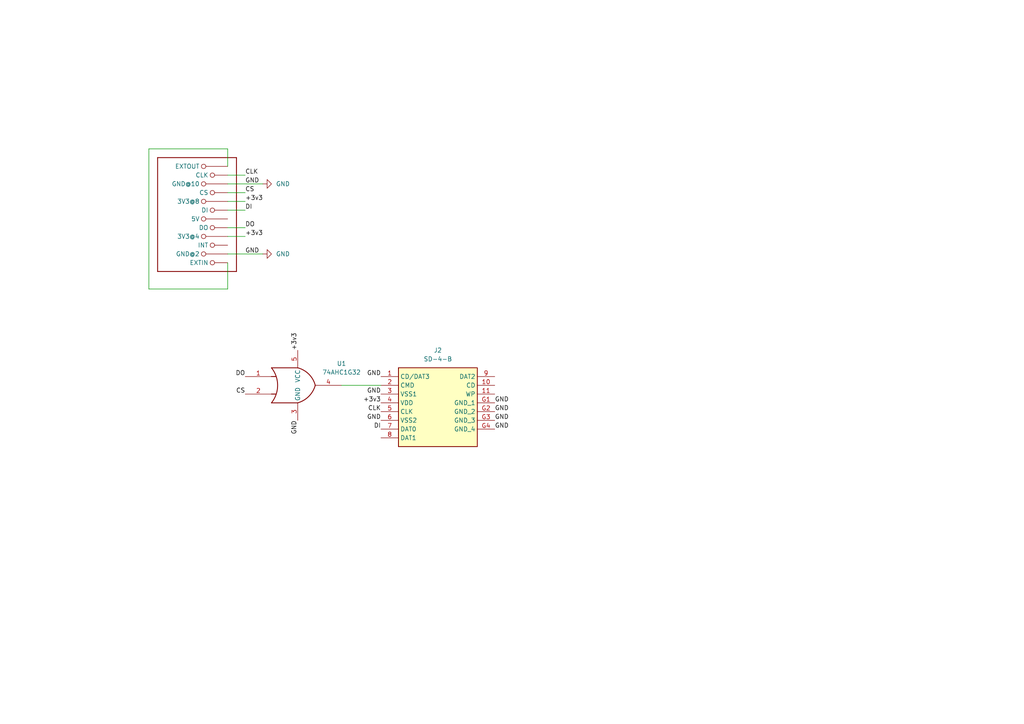
<source format=kicad_sch>
(kicad_sch
	(version 20231120)
	(generator "eeschema")
	(generator_version "8.0")
	(uuid "0749f17f-1be3-4f2c-ad27-8ecddc0ae7f2")
	(paper "A4")
	(lib_symbols
		(symbol "74xGxx:74AHC1G32"
			(exclude_from_sim no)
			(in_bom yes)
			(on_board yes)
			(property "Reference" "U"
				(at -2.54 3.81 0)
				(effects
					(font
						(size 1.27 1.27)
					)
				)
			)
			(property "Value" "74AHC1G32"
				(at 0 -3.81 0)
				(effects
					(font
						(size 1.27 1.27)
					)
				)
			)
			(property "Footprint" ""
				(at 0 0 0)
				(effects
					(font
						(size 1.27 1.27)
					)
					(hide yes)
				)
			)
			(property "Datasheet" "http://www.ti.com/lit/sg/scyt129e/scyt129e.pdf"
				(at 0 0 0)
				(effects
					(font
						(size 1.27 1.27)
					)
					(hide yes)
				)
			)
			(property "Description" "Single OR Gate, Low-Voltage CMOS"
				(at 0 0 0)
				(effects
					(font
						(size 1.27 1.27)
					)
					(hide yes)
				)
			)
			(property "ki_keywords" "Single Gate OR LVC CMOS"
				(at 0 0 0)
				(effects
					(font
						(size 1.27 1.27)
					)
					(hide yes)
				)
			)
			(property "ki_fp_filters" "SOT* SG-*"
				(at 0 0 0)
				(effects
					(font
						(size 1.27 1.27)
					)
					(hide yes)
				)
			)
			(symbol "74AHC1G32_0_1"
				(arc
					(start -7.62 -5.08)
					(mid -5.838 0)
					(end -7.62 5.08)
					(stroke
						(width 0.254)
						(type default)
					)
					(fill
						(type none)
					)
				)
				(arc
					(start 0 -5.08)
					(mid 3.1986 -3.2054)
					(end 5.08 0)
					(stroke
						(width 0.254)
						(type default)
					)
					(fill
						(type none)
					)
				)
				(polyline
					(pts
						(xy -7.62 -2.54) (xy -6.35 -2.54)
					)
					(stroke
						(width 0.254)
						(type default)
					)
					(fill
						(type background)
					)
				)
				(polyline
					(pts
						(xy -7.62 2.54) (xy -6.35 2.54)
					)
					(stroke
						(width 0.254)
						(type default)
					)
					(fill
						(type background)
					)
				)
				(polyline
					(pts
						(xy 0 -5.08) (xy -7.62 -5.08)
					)
					(stroke
						(width 0.254)
						(type default)
					)
					(fill
						(type background)
					)
				)
				(polyline
					(pts
						(xy 0 5.08) (xy -7.62 5.08)
					)
					(stroke
						(width 0.254)
						(type default)
					)
					(fill
						(type background)
					)
				)
				(arc
					(start 5.08 0)
					(mid 3.2238 3.2304)
					(end 0 5.08)
					(stroke
						(width 0.254)
						(type default)
					)
					(fill
						(type none)
					)
				)
			)
			(symbol "74AHC1G32_1_1"
				(pin input line
					(at -15.24 2.54 0)
					(length 7.62)
					(name "~"
						(effects
							(font
								(size 1.27 1.27)
							)
						)
					)
					(number "1"
						(effects
							(font
								(size 1.27 1.27)
							)
						)
					)
				)
				(pin input line
					(at -15.24 -2.54 0)
					(length 7.62)
					(name "~"
						(effects
							(font
								(size 1.27 1.27)
							)
						)
					)
					(number "2"
						(effects
							(font
								(size 1.27 1.27)
							)
						)
					)
				)
				(pin power_in line
					(at 0 -10.16 90)
					(length 5.08)
					(name "GND"
						(effects
							(font
								(size 1.27 1.27)
							)
						)
					)
					(number "3"
						(effects
							(font
								(size 1.27 1.27)
							)
						)
					)
				)
				(pin output line
					(at 12.7 0 180)
					(length 7.62)
					(name "~"
						(effects
							(font
								(size 1.27 1.27)
							)
						)
					)
					(number "4"
						(effects
							(font
								(size 1.27 1.27)
							)
						)
					)
				)
				(pin power_in line
					(at 0 10.16 270)
					(length 5.08)
					(name "VCC"
						(effects
							(font
								(size 1.27 1.27)
							)
						)
					)
					(number "5"
						(effects
							(font
								(size 1.27 1.27)
							)
						)
					)
				)
			)
		)
		(symbol "SD-4-B:SD-4-B"
			(exclude_from_sim no)
			(in_bom yes)
			(on_board yes)
			(property "Reference" "J"
				(at 29.21 7.62 0)
				(effects
					(font
						(size 1.27 1.27)
					)
					(justify left top)
				)
			)
			(property "Value" "SD-4-B"
				(at 29.21 5.08 0)
				(effects
					(font
						(size 1.27 1.27)
					)
					(justify left top)
				)
			)
			(property "Footprint" "SD4B"
				(at 29.21 -94.92 0)
				(effects
					(font
						(size 1.27 1.27)
					)
					(justify left top)
					(hide yes)
				)
			)
			(property "Datasheet" "https://www.cuidevices.com/product/resource/sd-4-b.pdf"
				(at 29.21 -194.92 0)
				(effects
					(font
						(size 1.27 1.27)
					)
					(justify left top)
					(hide yes)
				)
			)
			(property "Description" "Memory Card Connectors 11 Positions, Push In, Pull Out, SMT, 2.8 mm Height Above Board,"
				(at 0 0 0)
				(effects
					(font
						(size 1.27 1.27)
					)
					(hide yes)
				)
			)
			(property "Height" "3.29"
				(at 29.21 -394.92 0)
				(effects
					(font
						(size 1.27 1.27)
					)
					(justify left top)
					(hide yes)
				)
			)
			(property "Mouser Part Number" ""
				(at 29.21 -494.92 0)
				(effects
					(font
						(size 1.27 1.27)
					)
					(justify left top)
					(hide yes)
				)
			)
			(property "Mouser Price/Stock" ""
				(at 29.21 -594.92 0)
				(effects
					(font
						(size 1.27 1.27)
					)
					(justify left top)
					(hide yes)
				)
			)
			(property "Manufacturer_Name" "CUI Devices"
				(at 29.21 -694.92 0)
				(effects
					(font
						(size 1.27 1.27)
					)
					(justify left top)
					(hide yes)
				)
			)
			(property "Manufacturer_Part_Number" "SD-4-B"
				(at 29.21 -794.92 0)
				(effects
					(font
						(size 1.27 1.27)
					)
					(justify left top)
					(hide yes)
				)
			)
			(symbol "SD-4-B_1_1"
				(rectangle
					(start 5.08 2.54)
					(end 27.94 -20.32)
					(stroke
						(width 0.254)
						(type default)
					)
					(fill
						(type background)
					)
				)
				(pin passive line
					(at 0 0 0)
					(length 5.08)
					(name "CD/DAT3"
						(effects
							(font
								(size 1.27 1.27)
							)
						)
					)
					(number "1"
						(effects
							(font
								(size 1.27 1.27)
							)
						)
					)
				)
				(pin passive line
					(at 33.02 -2.54 180)
					(length 5.08)
					(name "CD"
						(effects
							(font
								(size 1.27 1.27)
							)
						)
					)
					(number "10"
						(effects
							(font
								(size 1.27 1.27)
							)
						)
					)
				)
				(pin passive line
					(at 33.02 -5.08 180)
					(length 5.08)
					(name "WP"
						(effects
							(font
								(size 1.27 1.27)
							)
						)
					)
					(number "11"
						(effects
							(font
								(size 1.27 1.27)
							)
						)
					)
				)
				(pin passive line
					(at 0 -2.54 0)
					(length 5.08)
					(name "CMD"
						(effects
							(font
								(size 1.27 1.27)
							)
						)
					)
					(number "2"
						(effects
							(font
								(size 1.27 1.27)
							)
						)
					)
				)
				(pin passive line
					(at 0 -5.08 0)
					(length 5.08)
					(name "VSS1"
						(effects
							(font
								(size 1.27 1.27)
							)
						)
					)
					(number "3"
						(effects
							(font
								(size 1.27 1.27)
							)
						)
					)
				)
				(pin passive line
					(at 0 -7.62 0)
					(length 5.08)
					(name "VDD"
						(effects
							(font
								(size 1.27 1.27)
							)
						)
					)
					(number "4"
						(effects
							(font
								(size 1.27 1.27)
							)
						)
					)
				)
				(pin passive line
					(at 0 -10.16 0)
					(length 5.08)
					(name "CLK"
						(effects
							(font
								(size 1.27 1.27)
							)
						)
					)
					(number "5"
						(effects
							(font
								(size 1.27 1.27)
							)
						)
					)
				)
				(pin passive line
					(at 0 -12.7 0)
					(length 5.08)
					(name "VSS2"
						(effects
							(font
								(size 1.27 1.27)
							)
						)
					)
					(number "6"
						(effects
							(font
								(size 1.27 1.27)
							)
						)
					)
				)
				(pin passive line
					(at 0 -15.24 0)
					(length 5.08)
					(name "DAT0"
						(effects
							(font
								(size 1.27 1.27)
							)
						)
					)
					(number "7"
						(effects
							(font
								(size 1.27 1.27)
							)
						)
					)
				)
				(pin passive line
					(at 0 -17.78 0)
					(length 5.08)
					(name "DAT1"
						(effects
							(font
								(size 1.27 1.27)
							)
						)
					)
					(number "8"
						(effects
							(font
								(size 1.27 1.27)
							)
						)
					)
				)
				(pin passive line
					(at 33.02 0 180)
					(length 5.08)
					(name "DAT2"
						(effects
							(font
								(size 1.27 1.27)
							)
						)
					)
					(number "9"
						(effects
							(font
								(size 1.27 1.27)
							)
						)
					)
				)
				(pin passive line
					(at 33.02 -7.62 180)
					(length 5.08)
					(name "GND_1"
						(effects
							(font
								(size 1.27 1.27)
							)
						)
					)
					(number "G1"
						(effects
							(font
								(size 1.27 1.27)
							)
						)
					)
				)
				(pin passive line
					(at 33.02 -10.16 180)
					(length 5.08)
					(name "GND_2"
						(effects
							(font
								(size 1.27 1.27)
							)
						)
					)
					(number "G2"
						(effects
							(font
								(size 1.27 1.27)
							)
						)
					)
				)
				(pin passive line
					(at 33.02 -12.7 180)
					(length 5.08)
					(name "GND_3"
						(effects
							(font
								(size 1.27 1.27)
							)
						)
					)
					(number "G3"
						(effects
							(font
								(size 1.27 1.27)
							)
						)
					)
				)
				(pin passive line
					(at 33.02 -15.24 180)
					(length 5.08)
					(name "GND_4"
						(effects
							(font
								(size 1.27 1.27)
							)
						)
					)
					(number "G4"
						(effects
							(font
								(size 1.27 1.27)
							)
						)
					)
				)
			)
		)
		(symbol "gecko-eagle-import:GC_MEMCARD"
			(exclude_from_sim no)
			(in_bom yes)
			(on_board yes)
			(property "Reference" "J"
				(at 0 0 0)
				(effects
					(font
						(size 1.27 1.27)
					)
					(hide yes)
				)
			)
			(property "Value" ""
				(at 0 0 0)
				(effects
					(font
						(size 1.27 1.27)
					)
					(hide yes)
				)
			)
			(property "Footprint" "gecko:GC_MEMCARD"
				(at 0 0 0)
				(effects
					(font
						(size 1.27 1.27)
					)
					(hide yes)
				)
			)
			(property "Datasheet" ""
				(at 0 0 0)
				(effects
					(font
						(size 1.27 1.27)
					)
					(hide yes)
				)
			)
			(property "Description" ""
				(at 0 0 0)
				(effects
					(font
						(size 1.27 1.27)
					)
					(hide yes)
				)
			)
			(property "ki_locked" ""
				(at 0 0 0)
				(effects
					(font
						(size 1.27 1.27)
					)
				)
			)
			(symbol "GC_MEMCARD_1_0"
				(polyline
					(pts
						(xy -15.24 -10.16) (xy -15.24 12.7)
					)
					(stroke
						(width 0.254)
						(type solid)
					)
					(fill
						(type none)
					)
				)
				(polyline
					(pts
						(xy -15.24 12.7) (xy 17.78 12.7)
					)
					(stroke
						(width 0.254)
						(type solid)
					)
					(fill
						(type none)
					)
				)
				(polyline
					(pts
						(xy 17.78 -10.16) (xy -15.24 -10.16)
					)
					(stroke
						(width 0.254)
						(type solid)
					)
					(fill
						(type none)
					)
				)
				(polyline
					(pts
						(xy 17.78 12.7) (xy 17.78 -10.16)
					)
					(stroke
						(width 0.254)
						(type solid)
					)
					(fill
						(type none)
					)
				)
				(pin bidirectional inverted
					(at 15.24 10.16 270)
					(length 5.08)
					(name "EXTIN"
						(effects
							(font
								(size 1.27 1.27)
							)
						)
					)
					(number "1"
						(effects
							(font
								(size 0 0)
							)
						)
					)
				)
				(pin bidirectional inverted
					(at -7.62 10.16 270)
					(length 7.62)
					(name "GND@10"
						(effects
							(font
								(size 1.27 1.27)
							)
						)
					)
					(number "10"
						(effects
							(font
								(size 0 0)
							)
						)
					)
				)
				(pin bidirectional inverted
					(at -10.16 10.16 270)
					(length 5.08)
					(name "CLK"
						(effects
							(font
								(size 1.27 1.27)
							)
						)
					)
					(number "11"
						(effects
							(font
								(size 0 0)
							)
						)
					)
				)
				(pin bidirectional inverted
					(at -12.7 10.16 270)
					(length 7.62)
					(name "EXTOUT"
						(effects
							(font
								(size 1.27 1.27)
							)
						)
					)
					(number "12"
						(effects
							(font
								(size 0 0)
							)
						)
					)
				)
				(pin bidirectional inverted
					(at 12.7 10.16 270)
					(length 7.62)
					(name "GND@2"
						(effects
							(font
								(size 1.27 1.27)
							)
						)
					)
					(number "2"
						(effects
							(font
								(size 0 0)
							)
						)
					)
				)
				(pin bidirectional inverted
					(at 10.16 10.16 270)
					(length 5.08)
					(name "INT"
						(effects
							(font
								(size 1.27 1.27)
							)
						)
					)
					(number "3"
						(effects
							(font
								(size 0 0)
							)
						)
					)
				)
				(pin bidirectional inverted
					(at 7.62 10.16 270)
					(length 7.62)
					(name "3V3@4"
						(effects
							(font
								(size 1.27 1.27)
							)
						)
					)
					(number "4"
						(effects
							(font
								(size 0 0)
							)
						)
					)
				)
				(pin bidirectional inverted
					(at 5.08 10.16 270)
					(length 5.08)
					(name "DO"
						(effects
							(font
								(size 1.27 1.27)
							)
						)
					)
					(number "5"
						(effects
							(font
								(size 0 0)
							)
						)
					)
				)
				(pin bidirectional inverted
					(at 2.54 10.16 270)
					(length 7.62)
					(name "5V"
						(effects
							(font
								(size 1.27 1.27)
							)
						)
					)
					(number "6"
						(effects
							(font
								(size 0 0)
							)
						)
					)
				)
				(pin bidirectional inverted
					(at 0 10.16 270)
					(length 5.08)
					(name "DI"
						(effects
							(font
								(size 1.27 1.27)
							)
						)
					)
					(number "7"
						(effects
							(font
								(size 0 0)
							)
						)
					)
				)
				(pin bidirectional inverted
					(at -2.54 10.16 270)
					(length 7.62)
					(name "3V3@8"
						(effects
							(font
								(size 1.27 1.27)
							)
						)
					)
					(number "8"
						(effects
							(font
								(size 0 0)
							)
						)
					)
				)
				(pin bidirectional inverted
					(at -5.08 10.16 270)
					(length 5.08)
					(name "CS"
						(effects
							(font
								(size 1.27 1.27)
							)
						)
					)
					(number "9"
						(effects
							(font
								(size 0 0)
							)
						)
					)
				)
			)
		)
		(symbol "power:GND"
			(power)
			(pin_names
				(offset 0)
			)
			(exclude_from_sim no)
			(in_bom yes)
			(on_board yes)
			(property "Reference" "#PWR"
				(at 0 -6.35 0)
				(effects
					(font
						(size 1.27 1.27)
					)
					(hide yes)
				)
			)
			(property "Value" "GND"
				(at 0 -3.81 0)
				(effects
					(font
						(size 1.27 1.27)
					)
				)
			)
			(property "Footprint" ""
				(at 0 0 0)
				(effects
					(font
						(size 1.27 1.27)
					)
					(hide yes)
				)
			)
			(property "Datasheet" ""
				(at 0 0 0)
				(effects
					(font
						(size 1.27 1.27)
					)
					(hide yes)
				)
			)
			(property "Description" "Power symbol creates a global label with name \"GND\" , ground"
				(at 0 0 0)
				(effects
					(font
						(size 1.27 1.27)
					)
					(hide yes)
				)
			)
			(property "ki_keywords" "global power"
				(at 0 0 0)
				(effects
					(font
						(size 1.27 1.27)
					)
					(hide yes)
				)
			)
			(symbol "GND_0_1"
				(polyline
					(pts
						(xy 0 0) (xy 0 -1.27) (xy 1.27 -1.27) (xy 0 -2.54) (xy -1.27 -1.27) (xy 0 -1.27)
					)
					(stroke
						(width 0)
						(type default)
					)
					(fill
						(type none)
					)
				)
			)
			(symbol "GND_1_1"
				(pin power_in line
					(at 0 0 270)
					(length 0) hide
					(name "GND"
						(effects
							(font
								(size 1.27 1.27)
							)
						)
					)
					(number "1"
						(effects
							(font
								(size 1.27 1.27)
							)
						)
					)
				)
			)
		)
	)
	(wire
		(pts
			(xy 66.04 48.26) (xy 66.04 43.18)
		)
		(stroke
			(width 0)
			(type default)
		)
		(uuid "0fc72215-9d28-4d3d-83a7-bdf14a5f4aec")
	)
	(wire
		(pts
			(xy 66.04 83.82) (xy 66.04 76.2)
		)
		(stroke
			(width 0)
			(type default)
		)
		(uuid "2254bfb4-51c7-41fc-a3e4-3caf675df8f1")
	)
	(wire
		(pts
			(xy 71.12 55.88) (xy 66.04 55.88)
		)
		(stroke
			(width 0)
			(type default)
		)
		(uuid "283adc93-2ffe-420d-89db-8e34b6290f33")
	)
	(wire
		(pts
			(xy 71.12 50.8) (xy 66.04 50.8)
		)
		(stroke
			(width 0)
			(type default)
		)
		(uuid "33f0eba7-dc4c-42a8-9741-9bec829dc482")
	)
	(wire
		(pts
			(xy 66.04 53.34) (xy 76.2 53.34)
		)
		(stroke
			(width 0)
			(type default)
		)
		(uuid "3a132247-7598-4d44-a914-1b60503a5c5c")
	)
	(wire
		(pts
			(xy 66.04 43.18) (xy 43.18 43.18)
		)
		(stroke
			(width 0)
			(type default)
		)
		(uuid "4c9be73a-86f9-4599-bcce-c1ec475e9a90")
	)
	(wire
		(pts
			(xy 71.12 68.58) (xy 66.04 68.58)
		)
		(stroke
			(width 0)
			(type default)
		)
		(uuid "4ddfa166-66e8-4e80-a7a5-82d31fcb7726")
	)
	(wire
		(pts
			(xy 43.18 43.18) (xy 43.18 83.82)
		)
		(stroke
			(width 0)
			(type default)
		)
		(uuid "884845a6-62e6-4454-8619-38e9bc3f5dfd")
	)
	(wire
		(pts
			(xy 99.06 111.76) (xy 110.49 111.76)
		)
		(stroke
			(width 0)
			(type default)
		)
		(uuid "ac2d780a-1066-400f-ab16-baef6ca07647")
	)
	(wire
		(pts
			(xy 43.18 83.82) (xy 66.04 83.82)
		)
		(stroke
			(width 0)
			(type default)
		)
		(uuid "c0e461d8-d6b8-483d-a3d8-66f70f440c53")
	)
	(wire
		(pts
			(xy 66.04 73.66) (xy 76.2 73.66)
		)
		(stroke
			(width 0)
			(type default)
		)
		(uuid "c5e07cc1-9749-41c5-90be-36a0c5b23d6a")
	)
	(wire
		(pts
			(xy 71.12 60.96) (xy 66.04 60.96)
		)
		(stroke
			(width 0)
			(type default)
		)
		(uuid "ca9b59df-78a9-4701-9b00-dad423e2f77e")
	)
	(wire
		(pts
			(xy 71.12 66.04) (xy 66.04 66.04)
		)
		(stroke
			(width 0)
			(type default)
		)
		(uuid "d979a973-0cba-4bb1-9787-ead0eab59058")
	)
	(wire
		(pts
			(xy 71.12 58.42) (xy 66.04 58.42)
		)
		(stroke
			(width 0)
			(type default)
		)
		(uuid "deac37e2-2b14-4b1e-bf82-26bcd555d98f")
	)
	(label "GND"
		(at 143.51 121.92 0)
		(fields_autoplaced yes)
		(effects
			(font
				(size 1.27 1.27)
			)
			(justify left bottom)
		)
		(uuid "1eb37974-479b-44d7-a2ee-d078ac0db14a")
	)
	(label "GND"
		(at 110.49 109.22 180)
		(fields_autoplaced yes)
		(effects
			(font
				(size 1.27 1.27)
			)
			(justify right bottom)
		)
		(uuid "27781ec8-b8c9-4ee6-b982-506f1d0606f6")
	)
	(label "+3v3"
		(at 86.36 101.6 90)
		(fields_autoplaced yes)
		(effects
			(font
				(size 1.27 1.27)
			)
			(justify left bottom)
		)
		(uuid "283c249c-425a-46c4-8f3d-8ab44771c492")
	)
	(label "GND"
		(at 110.49 121.92 180)
		(fields_autoplaced yes)
		(effects
			(font
				(size 1.27 1.27)
			)
			(justify right bottom)
		)
		(uuid "39bf70b8-cd48-4e52-817c-a5803405fa9d")
	)
	(label "+3v3"
		(at 71.12 68.58 0)
		(fields_autoplaced yes)
		(effects
			(font
				(size 1.27 1.27)
			)
			(justify left bottom)
		)
		(uuid "4160d9fd-6ad7-43bf-a962-3aeb8349031f")
	)
	(label "DI"
		(at 110.49 124.46 180)
		(fields_autoplaced yes)
		(effects
			(font
				(size 1.27 1.27)
			)
			(justify right bottom)
		)
		(uuid "46e25d85-864d-4145-8ff6-643ab1f519e5")
	)
	(label "GND"
		(at 143.51 124.46 0)
		(fields_autoplaced yes)
		(effects
			(font
				(size 1.27 1.27)
			)
			(justify left bottom)
		)
		(uuid "559ed725-e0f0-4438-a11d-ddb5afa5319d")
	)
	(label "CS"
		(at 71.12 114.3 180)
		(fields_autoplaced yes)
		(effects
			(font
				(size 1.27 1.27)
			)
			(justify right bottom)
		)
		(uuid "6e111e4a-5161-42bc-88c3-dbb4d48a8838")
	)
	(label "GND"
		(at 143.51 116.84 0)
		(fields_autoplaced yes)
		(effects
			(font
				(size 1.27 1.27)
			)
			(justify left bottom)
		)
		(uuid "8ac6358c-540c-4e3b-b8de-d8ab72fb0a2d")
	)
	(label "GND"
		(at 110.49 114.3 180)
		(fields_autoplaced yes)
		(effects
			(font
				(size 1.27 1.27)
			)
			(justify right bottom)
		)
		(uuid "92c33ead-cdf3-41d9-94a5-465ad89eb661")
	)
	(label "GND"
		(at 71.12 73.66 0)
		(fields_autoplaced yes)
		(effects
			(font
				(size 1.27 1.27)
			)
			(justify left bottom)
		)
		(uuid "9324e857-6993-4498-b54e-a1193e1543f4")
	)
	(label "DO"
		(at 71.12 109.22 180)
		(fields_autoplaced yes)
		(effects
			(font
				(size 1.27 1.27)
			)
			(justify right bottom)
		)
		(uuid "96d7cfe3-b3af-403c-adca-b0645160d4b6")
	)
	(label "GND"
		(at 71.12 53.34 0)
		(fields_autoplaced yes)
		(effects
			(font
				(size 1.27 1.27)
			)
			(justify left bottom)
		)
		(uuid "9f04d795-5305-49d4-88ff-d6ff607877db")
	)
	(label "CS"
		(at 71.12 55.88 0)
		(fields_autoplaced yes)
		(effects
			(font
				(size 1.27 1.27)
			)
			(justify left bottom)
		)
		(uuid "ab3552c2-cc11-4e77-9434-6b0c90df0f8a")
	)
	(label "GND"
		(at 143.51 119.38 0)
		(fields_autoplaced yes)
		(effects
			(font
				(size 1.27 1.27)
			)
			(justify left bottom)
		)
		(uuid "ba669ec1-77a0-4aa2-a3fb-25d3eeee2b12")
	)
	(label "CLK"
		(at 71.12 50.8 0)
		(fields_autoplaced yes)
		(effects
			(font
				(size 1.27 1.27)
			)
			(justify left bottom)
		)
		(uuid "ce49502b-ea55-46f3-a5b6-63fc65d2ea35")
	)
	(label "CLK"
		(at 110.49 119.38 180)
		(fields_autoplaced yes)
		(effects
			(font
				(size 1.27 1.27)
			)
			(justify right bottom)
		)
		(uuid "d4d37f6a-cf4e-41fc-a59f-e67e9e46a763")
	)
	(label "+3v3"
		(at 110.49 116.84 180)
		(fields_autoplaced yes)
		(effects
			(font
				(size 1.27 1.27)
			)
			(justify right bottom)
		)
		(uuid "ec54b84a-0cb0-47ea-b46f-dc3bd93013a7")
	)
	(label "DO"
		(at 71.12 66.04 0)
		(fields_autoplaced yes)
		(effects
			(font
				(size 1.27 1.27)
			)
			(justify left bottom)
		)
		(uuid "edeb9cde-7172-4953-a016-0b61ca5fcd0e")
	)
	(label "GND"
		(at 86.36 121.92 270)
		(fields_autoplaced yes)
		(effects
			(font
				(size 1.27 1.27)
			)
			(justify right bottom)
		)
		(uuid "f19851fb-2edb-42b1-80b3-bba75413e377")
	)
	(label "DI"
		(at 71.12 60.96 0)
		(fields_autoplaced yes)
		(effects
			(font
				(size 1.27 1.27)
			)
			(justify left bottom)
		)
		(uuid "f7778435-2ffb-4f3b-b21d-16d9eddefd47")
	)
	(label "+3v3"
		(at 71.12 58.42 0)
		(fields_autoplaced yes)
		(effects
			(font
				(size 1.27 1.27)
			)
			(justify left bottom)
		)
		(uuid "f8a43b89-6d9f-4ad6-8c85-2db94baffddf")
	)
	(symbol
		(lib_id "gecko-eagle-import:GC_MEMCARD")
		(at 55.88 60.96 270)
		(unit 1)
		(exclude_from_sim no)
		(in_bom yes)
		(on_board yes)
		(dnp no)
		(fields_autoplaced yes)
		(uuid "610fe033-637a-4cce-a353-3f9647f3ba48")
		(property "Reference" "J1"
			(at 55.88 60.96 0)
			(effects
				(font
					(size 1.27 1.27)
				)
				(hide yes)
			)
		)
		(property "Value" "~"
			(at 55.88 60.96 0)
			(effects
				(font
					(size 1.27 1.27)
				)
				(hide yes)
			)
		)
		(property "Footprint" "GCSP1_Library:GC_MEMCARD"
			(at 55.88 60.96 0)
			(effects
				(font
					(size 1.27 1.27)
				)
				(hide yes)
			)
		)
		(property "Datasheet" ""
			(at 55.88 60.96 0)
			(effects
				(font
					(size 1.27 1.27)
				)
				(hide yes)
			)
		)
		(property "Description" ""
			(at 55.88 60.96 0)
			(effects
				(font
					(size 1.27 1.27)
				)
				(hide yes)
			)
		)
		(pin "1"
			(uuid "3e80cb5f-1210-4130-a87b-4e66e0c1f5de")
		)
		(pin "10"
			(uuid "88937ad5-96f2-4a1e-8293-09bcba344995")
		)
		(pin "11"
			(uuid "1433311d-7196-4ce5-8c3f-7cfce999d037")
		)
		(pin "12"
			(uuid "942ffc9b-04e4-4c4e-8737-2d2ba3eb3505")
		)
		(pin "2"
			(uuid "a5aef9a5-a82f-4434-8e0f-df51a5f1d722")
		)
		(pin "3"
			(uuid "1c80271e-7596-4fa3-80b2-7b89b7a81e6b")
		)
		(pin "4"
			(uuid "fca658a5-d469-4330-a67a-73477dd7bfb0")
		)
		(pin "5"
			(uuid "53d1f564-08da-4454-b7dc-7cfdc69a0b43")
		)
		(pin "6"
			(uuid "27e4e8a5-8a66-4d45-996a-39854ff8dfcb")
		)
		(pin "7"
			(uuid "2d282175-a5b0-4ca8-9895-5c8a9a1b71fd")
		)
		(pin "8"
			(uuid "8e548943-bd0f-44d6-852e-4eaaec7e76b5")
		)
		(pin "9"
			(uuid "8b0e5813-815c-4d35-94b9-d759182e8890")
		)
		(instances
			(project "SDGecko2.0+"
				(path "/0749f17f-1be3-4f2c-ad27-8ecddc0ae7f2"
					(reference "J1")
					(unit 1)
				)
			)
		)
	)
	(symbol
		(lib_id "74xGxx:74AHC1G32")
		(at 86.36 111.76 0)
		(unit 1)
		(exclude_from_sim no)
		(in_bom yes)
		(on_board yes)
		(dnp no)
		(fields_autoplaced yes)
		(uuid "80b9e2e4-1b87-4971-8388-71799fc30ad9")
		(property "Reference" "U1"
			(at 99.06 105.4414 0)
			(effects
				(font
					(size 1.27 1.27)
				)
			)
		)
		(property "Value" "74AHC1G32"
			(at 99.06 107.9814 0)
			(effects
				(font
					(size 1.27 1.27)
				)
			)
		)
		(property "Footprint" "Package_TO_SOT_SMD:SC-74A-5_1.55x2.9mm_P0.95mm"
			(at 86.36 111.76 0)
			(effects
				(font
					(size 1.27 1.27)
				)
				(hide yes)
			)
		)
		(property "Datasheet" "http://www.ti.com/lit/sg/scyt129e/scyt129e.pdf"
			(at 86.36 111.76 0)
			(effects
				(font
					(size 1.27 1.27)
				)
				(hide yes)
			)
		)
		(property "Description" "Single OR Gate, Low-Voltage CMOS"
			(at 86.36 111.76 0)
			(effects
				(font
					(size 1.27 1.27)
				)
				(hide yes)
			)
		)
		(pin "5"
			(uuid "15997bea-8082-4873-96f6-8c3a928a171e")
		)
		(pin "1"
			(uuid "76270576-22ee-4010-89db-70e0e64e0f67")
		)
		(pin "3"
			(uuid "8b19eb10-4449-4450-9e7e-f06190150118")
		)
		(pin "2"
			(uuid "65d97f24-fc58-4973-9ee9-97ee41fb32f6")
		)
		(pin "4"
			(uuid "405b40ca-c80e-4af3-89f0-76aed9fa8023")
		)
		(instances
			(project "SDGecko2.0+"
				(path "/0749f17f-1be3-4f2c-ad27-8ecddc0ae7f2"
					(reference "U1")
					(unit 1)
				)
			)
		)
	)
	(symbol
		(lib_id "SD-4-B:SD-4-B")
		(at 110.49 109.22 0)
		(unit 1)
		(exclude_from_sim no)
		(in_bom yes)
		(on_board yes)
		(dnp no)
		(fields_autoplaced yes)
		(uuid "a982b415-57a8-477e-87ed-897b622f03f2")
		(property "Reference" "J2"
			(at 127 101.6 0)
			(effects
				(font
					(size 1.27 1.27)
				)
			)
		)
		(property "Value" "SD-4-B"
			(at 127 104.14 0)
			(effects
				(font
					(size 1.27 1.27)
				)
			)
		)
		(property "Footprint" "MICROSDCARD_Library:SD4B"
			(at 139.7 204.14 0)
			(effects
				(font
					(size 1.27 1.27)
				)
				(justify left top)
				(hide yes)
			)
		)
		(property "Datasheet" "https://www.cuidevices.com/product/resource/sd-4-b.pdf"
			(at 139.7 304.14 0)
			(effects
				(font
					(size 1.27 1.27)
				)
				(justify left top)
				(hide yes)
			)
		)
		(property "Description" "Memory Card Connectors 11 Positions, Push In, Pull Out, SMT, 2.8 mm Height Above Board,"
			(at 110.49 109.22 0)
			(effects
				(font
					(size 1.27 1.27)
				)
				(hide yes)
			)
		)
		(property "Height" "3.29"
			(at 139.7 504.14 0)
			(effects
				(font
					(size 1.27 1.27)
				)
				(justify left top)
				(hide yes)
			)
		)
		(property "Mouser Part Number" ""
			(at 139.7 604.14 0)
			(effects
				(font
					(size 1.27 1.27)
				)
				(justify left top)
				(hide yes)
			)
		)
		(property "Mouser Price/Stock" ""
			(at 139.7 704.14 0)
			(effects
				(font
					(size 1.27 1.27)
				)
				(justify left top)
				(hide yes)
			)
		)
		(property "Manufacturer_Name" "CUI Devices"
			(at 139.7 804.14 0)
			(effects
				(font
					(size 1.27 1.27)
				)
				(justify left top)
				(hide yes)
			)
		)
		(property "Manufacturer_Part_Number" "SD-4-B"
			(at 139.7 904.14 0)
			(effects
				(font
					(size 1.27 1.27)
				)
				(justify left top)
				(hide yes)
			)
		)
		(pin "10"
			(uuid "efd8f90e-7895-4465-86ac-2b8d16b555ea")
		)
		(pin "7"
			(uuid "91d30d34-703a-4c18-bce2-76062d045c06")
		)
		(pin "11"
			(uuid "411f6735-f312-4cec-b5c6-13e5398c3833")
		)
		(pin "G2"
			(uuid "37140ce0-2264-400c-a06a-b08295f6baeb")
		)
		(pin "9"
			(uuid "6eb35e7a-41d3-4cac-af4d-20cf2f070402")
		)
		(pin "4"
			(uuid "972cf362-436a-406b-9a72-bb252a0952f9")
		)
		(pin "3"
			(uuid "b9a7dcef-447a-4b80-b3da-9fed83b7f171")
		)
		(pin "G3"
			(uuid "7169b4cd-0d45-4462-b641-0251de27b11f")
		)
		(pin "G4"
			(uuid "6a394f12-3e38-4575-ad77-c7d8a1f0f229")
		)
		(pin "5"
			(uuid "07c47af0-b868-4085-b8fc-6881c59d2b66")
		)
		(pin "G1"
			(uuid "e2480c32-2696-43a3-9297-dafb8aaf7588")
		)
		(pin "6"
			(uuid "cef1b3ef-96f0-4651-bb32-693c96d234b3")
		)
		(pin "1"
			(uuid "f39bf604-bda4-4be9-98c4-5088ffcfd1bd")
		)
		(pin "8"
			(uuid "ad252f1f-304d-4294-b4c2-b132d3464d0e")
		)
		(pin "2"
			(uuid "2119421f-c454-4f58-bf28-7c75fb1fcc00")
		)
		(instances
			(project ""
				(path "/0749f17f-1be3-4f2c-ad27-8ecddc0ae7f2"
					(reference "J2")
					(unit 1)
				)
			)
		)
	)
	(symbol
		(lib_id "power:GND")
		(at 76.2 53.34 90)
		(unit 1)
		(exclude_from_sim no)
		(in_bom yes)
		(on_board yes)
		(dnp no)
		(fields_autoplaced yes)
		(uuid "c6dd9763-a346-4b66-bffa-dc99f3716571")
		(property "Reference" "#PWR01"
			(at 82.55 53.34 0)
			(effects
				(font
					(size 1.27 1.27)
				)
				(hide yes)
			)
		)
		(property "Value" "GND"
			(at 80.01 53.3399 90)
			(effects
				(font
					(size 1.27 1.27)
				)
				(justify right)
			)
		)
		(property "Footprint" ""
			(at 76.2 53.34 0)
			(effects
				(font
					(size 1.27 1.27)
				)
				(hide yes)
			)
		)
		(property "Datasheet" ""
			(at 76.2 53.34 0)
			(effects
				(font
					(size 1.27 1.27)
				)
				(hide yes)
			)
		)
		(property "Description" ""
			(at 76.2 53.34 0)
			(effects
				(font
					(size 1.27 1.27)
				)
				(hide yes)
			)
		)
		(pin "1"
			(uuid "900d929f-000a-496c-a478-b60f7d277663")
		)
		(instances
			(project "SDGecko2.0+"
				(path "/0749f17f-1be3-4f2c-ad27-8ecddc0ae7f2"
					(reference "#PWR01")
					(unit 1)
				)
			)
		)
	)
	(symbol
		(lib_id "power:GND")
		(at 76.2 73.66 90)
		(unit 1)
		(exclude_from_sim no)
		(in_bom yes)
		(on_board yes)
		(dnp no)
		(fields_autoplaced yes)
		(uuid "fa3df85b-5788-4d50-ab77-de1d41701beb")
		(property "Reference" "#PWR02"
			(at 82.55 73.66 0)
			(effects
				(font
					(size 1.27 1.27)
				)
				(hide yes)
			)
		)
		(property "Value" "GND"
			(at 80.01 73.6599 90)
			(effects
				(font
					(size 1.27 1.27)
				)
				(justify right)
			)
		)
		(property "Footprint" ""
			(at 76.2 73.66 0)
			(effects
				(font
					(size 1.27 1.27)
				)
				(hide yes)
			)
		)
		(property "Datasheet" ""
			(at 76.2 73.66 0)
			(effects
				(font
					(size 1.27 1.27)
				)
				(hide yes)
			)
		)
		(property "Description" ""
			(at 76.2 73.66 0)
			(effects
				(font
					(size 1.27 1.27)
				)
				(hide yes)
			)
		)
		(pin "1"
			(uuid "146b456e-3ad1-409c-b2b4-f9f2d12e9e6a")
		)
		(instances
			(project "SDGecko2.0+"
				(path "/0749f17f-1be3-4f2c-ad27-8ecddc0ae7f2"
					(reference "#PWR02")
					(unit 1)
				)
			)
		)
	)
	(sheet_instances
		(path "/"
			(page "1")
		)
	)
)

</source>
